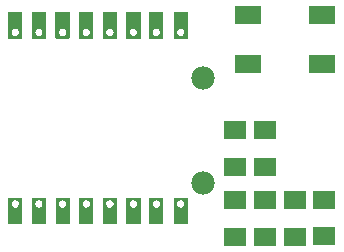
<source format=gtp>
G04 MADE WITH FRITZING*
G04 WWW.FRITZING.ORG*
G04 DOUBLE SIDED*
G04 HOLES PLATED*
G04 CONTOUR ON CENTER OF CONTOUR VECTOR*
%ASAXBY*%
%FSLAX23Y23*%
%MOIN*%
%OFA0B0*%
%SFA1.0B1.0*%
%ADD10C,0.078000*%
%ADD11R,0.074803X0.062992*%
%ADD12R,0.090551X0.062992*%
%ADD13R,0.001000X0.001000*%
%LNPASTEMASK1*%
G90*
G70*
G54D10*
X967Y318D03*
X967Y670D03*
X967Y318D03*
X967Y670D03*
G54D11*
X1075Y140D03*
X1075Y262D03*
X1173Y140D03*
X1173Y262D03*
X1173Y372D03*
X1173Y494D03*
X1272Y140D03*
X1272Y262D03*
X1370Y263D03*
X1370Y141D03*
X1075Y372D03*
X1075Y494D03*
G54D12*
X1117Y878D03*
X1365Y878D03*
X1117Y715D03*
X1365Y715D03*
G54D13*
X318Y888D02*
X364Y888D01*
X397Y888D02*
X443Y888D01*
X476Y888D02*
X522Y888D01*
X554Y888D02*
X600Y888D01*
X633Y888D02*
X679Y888D01*
X712Y888D02*
X758Y888D01*
X788Y888D02*
X834Y888D01*
X869Y888D02*
X915Y888D01*
X318Y887D02*
X364Y887D01*
X397Y887D02*
X443Y887D01*
X475Y887D02*
X522Y887D01*
X554Y887D02*
X600Y887D01*
X633Y887D02*
X679Y887D01*
X712Y887D02*
X758Y887D01*
X788Y887D02*
X834Y887D01*
X869Y887D02*
X915Y887D01*
X318Y886D02*
X364Y886D01*
X397Y886D02*
X443Y886D01*
X475Y886D02*
X522Y886D01*
X554Y886D02*
X600Y886D01*
X633Y886D02*
X679Y886D01*
X712Y886D02*
X758Y886D01*
X788Y886D02*
X834Y886D01*
X869Y886D02*
X915Y886D01*
X318Y885D02*
X364Y885D01*
X397Y885D02*
X443Y885D01*
X475Y885D02*
X522Y885D01*
X554Y885D02*
X600Y885D01*
X633Y885D02*
X679Y885D01*
X712Y885D02*
X758Y885D01*
X788Y885D02*
X834Y885D01*
X869Y885D02*
X915Y885D01*
X318Y884D02*
X364Y884D01*
X397Y884D02*
X443Y884D01*
X475Y884D02*
X522Y884D01*
X554Y884D02*
X600Y884D01*
X633Y884D02*
X679Y884D01*
X712Y884D02*
X758Y884D01*
X788Y884D02*
X834Y884D01*
X869Y884D02*
X915Y884D01*
X318Y883D02*
X364Y883D01*
X397Y883D02*
X443Y883D01*
X475Y883D02*
X522Y883D01*
X554Y883D02*
X600Y883D01*
X633Y883D02*
X679Y883D01*
X712Y883D02*
X758Y883D01*
X788Y883D02*
X834Y883D01*
X869Y883D02*
X915Y883D01*
X318Y882D02*
X364Y882D01*
X397Y882D02*
X443Y882D01*
X475Y882D02*
X522Y882D01*
X554Y882D02*
X600Y882D01*
X633Y882D02*
X679Y882D01*
X712Y882D02*
X758Y882D01*
X788Y882D02*
X834Y882D01*
X869Y882D02*
X915Y882D01*
X318Y881D02*
X364Y881D01*
X397Y881D02*
X443Y881D01*
X475Y881D02*
X522Y881D01*
X554Y881D02*
X600Y881D01*
X633Y881D02*
X679Y881D01*
X712Y881D02*
X758Y881D01*
X788Y881D02*
X834Y881D01*
X869Y881D02*
X915Y881D01*
X318Y880D02*
X364Y880D01*
X397Y880D02*
X443Y880D01*
X475Y880D02*
X522Y880D01*
X554Y880D02*
X600Y880D01*
X633Y880D02*
X679Y880D01*
X712Y880D02*
X758Y880D01*
X788Y880D02*
X834Y880D01*
X869Y880D02*
X915Y880D01*
X318Y879D02*
X364Y879D01*
X397Y879D02*
X443Y879D01*
X475Y879D02*
X522Y879D01*
X554Y879D02*
X600Y879D01*
X633Y879D02*
X679Y879D01*
X712Y879D02*
X758Y879D01*
X788Y879D02*
X834Y879D01*
X869Y879D02*
X915Y879D01*
X318Y878D02*
X364Y878D01*
X397Y878D02*
X443Y878D01*
X475Y878D02*
X522Y878D01*
X554Y878D02*
X600Y878D01*
X633Y878D02*
X679Y878D01*
X712Y878D02*
X758Y878D01*
X788Y878D02*
X834Y878D01*
X869Y878D02*
X915Y878D01*
X318Y877D02*
X364Y877D01*
X397Y877D02*
X443Y877D01*
X475Y877D02*
X522Y877D01*
X554Y877D02*
X600Y877D01*
X633Y877D02*
X679Y877D01*
X712Y877D02*
X758Y877D01*
X788Y877D02*
X834Y877D01*
X869Y877D02*
X915Y877D01*
X318Y876D02*
X364Y876D01*
X397Y876D02*
X443Y876D01*
X475Y876D02*
X522Y876D01*
X554Y876D02*
X600Y876D01*
X633Y876D02*
X679Y876D01*
X712Y876D02*
X758Y876D01*
X788Y876D02*
X834Y876D01*
X869Y876D02*
X915Y876D01*
X318Y875D02*
X364Y875D01*
X397Y875D02*
X443Y875D01*
X475Y875D02*
X522Y875D01*
X554Y875D02*
X600Y875D01*
X633Y875D02*
X679Y875D01*
X712Y875D02*
X758Y875D01*
X788Y875D02*
X834Y875D01*
X869Y875D02*
X915Y875D01*
X318Y874D02*
X364Y874D01*
X397Y874D02*
X443Y874D01*
X475Y874D02*
X522Y874D01*
X554Y874D02*
X600Y874D01*
X633Y874D02*
X679Y874D01*
X712Y874D02*
X758Y874D01*
X788Y874D02*
X834Y874D01*
X869Y874D02*
X915Y874D01*
X318Y873D02*
X364Y873D01*
X397Y873D02*
X443Y873D01*
X475Y873D02*
X522Y873D01*
X554Y873D02*
X600Y873D01*
X633Y873D02*
X679Y873D01*
X712Y873D02*
X758Y873D01*
X788Y873D02*
X834Y873D01*
X869Y873D02*
X915Y873D01*
X318Y872D02*
X364Y872D01*
X397Y872D02*
X443Y872D01*
X475Y872D02*
X522Y872D01*
X554Y872D02*
X600Y872D01*
X633Y872D02*
X679Y872D01*
X712Y872D02*
X758Y872D01*
X788Y872D02*
X834Y872D01*
X869Y872D02*
X915Y872D01*
X318Y871D02*
X364Y871D01*
X397Y871D02*
X443Y871D01*
X475Y871D02*
X522Y871D01*
X554Y871D02*
X600Y871D01*
X633Y871D02*
X679Y871D01*
X712Y871D02*
X758Y871D01*
X788Y871D02*
X834Y871D01*
X869Y871D02*
X915Y871D01*
X318Y870D02*
X364Y870D01*
X397Y870D02*
X443Y870D01*
X475Y870D02*
X522Y870D01*
X554Y870D02*
X600Y870D01*
X633Y870D02*
X679Y870D01*
X712Y870D02*
X758Y870D01*
X788Y870D02*
X834Y870D01*
X869Y870D02*
X915Y870D01*
X318Y869D02*
X364Y869D01*
X397Y869D02*
X443Y869D01*
X475Y869D02*
X522Y869D01*
X554Y869D02*
X600Y869D01*
X633Y869D02*
X679Y869D01*
X712Y869D02*
X758Y869D01*
X788Y869D02*
X834Y869D01*
X869Y869D02*
X915Y869D01*
X318Y868D02*
X364Y868D01*
X397Y868D02*
X443Y868D01*
X475Y868D02*
X522Y868D01*
X554Y868D02*
X600Y868D01*
X633Y868D02*
X679Y868D01*
X712Y868D02*
X758Y868D01*
X788Y868D02*
X834Y868D01*
X869Y868D02*
X915Y868D01*
X318Y867D02*
X364Y867D01*
X397Y867D02*
X443Y867D01*
X475Y867D02*
X522Y867D01*
X554Y867D02*
X600Y867D01*
X633Y867D02*
X679Y867D01*
X712Y867D02*
X758Y867D01*
X788Y867D02*
X834Y867D01*
X869Y867D02*
X915Y867D01*
X318Y866D02*
X364Y866D01*
X397Y866D02*
X443Y866D01*
X475Y866D02*
X522Y866D01*
X554Y866D02*
X600Y866D01*
X633Y866D02*
X679Y866D01*
X712Y866D02*
X758Y866D01*
X788Y866D02*
X834Y866D01*
X869Y866D02*
X915Y866D01*
X318Y865D02*
X364Y865D01*
X397Y865D02*
X443Y865D01*
X475Y865D02*
X522Y865D01*
X554Y865D02*
X600Y865D01*
X633Y865D02*
X679Y865D01*
X712Y865D02*
X758Y865D01*
X788Y865D02*
X834Y865D01*
X869Y865D02*
X915Y865D01*
X318Y864D02*
X364Y864D01*
X397Y864D02*
X443Y864D01*
X475Y864D02*
X522Y864D01*
X554Y864D02*
X600Y864D01*
X633Y864D02*
X679Y864D01*
X712Y864D02*
X758Y864D01*
X788Y864D02*
X834Y864D01*
X869Y864D02*
X915Y864D01*
X318Y863D02*
X364Y863D01*
X397Y863D02*
X443Y863D01*
X475Y863D02*
X522Y863D01*
X554Y863D02*
X600Y863D01*
X633Y863D02*
X679Y863D01*
X712Y863D02*
X758Y863D01*
X788Y863D02*
X834Y863D01*
X869Y863D02*
X915Y863D01*
X318Y862D02*
X364Y862D01*
X397Y862D02*
X443Y862D01*
X475Y862D02*
X522Y862D01*
X554Y862D02*
X600Y862D01*
X633Y862D02*
X679Y862D01*
X712Y862D02*
X758Y862D01*
X788Y862D02*
X834Y862D01*
X869Y862D02*
X915Y862D01*
X318Y861D02*
X364Y861D01*
X397Y861D02*
X443Y861D01*
X475Y861D02*
X522Y861D01*
X554Y861D02*
X600Y861D01*
X633Y861D02*
X679Y861D01*
X712Y861D02*
X758Y861D01*
X788Y861D02*
X834Y861D01*
X869Y861D02*
X915Y861D01*
X318Y860D02*
X364Y860D01*
X397Y860D02*
X443Y860D01*
X475Y860D02*
X522Y860D01*
X554Y860D02*
X600Y860D01*
X633Y860D02*
X679Y860D01*
X712Y860D02*
X758Y860D01*
X788Y860D02*
X834Y860D01*
X869Y860D02*
X915Y860D01*
X318Y859D02*
X364Y859D01*
X397Y859D02*
X443Y859D01*
X475Y859D02*
X522Y859D01*
X554Y859D02*
X600Y859D01*
X633Y859D02*
X679Y859D01*
X712Y859D02*
X758Y859D01*
X788Y859D02*
X834Y859D01*
X869Y859D02*
X915Y859D01*
X318Y858D02*
X364Y858D01*
X397Y858D02*
X443Y858D01*
X475Y858D02*
X522Y858D01*
X554Y858D02*
X600Y858D01*
X633Y858D02*
X679Y858D01*
X712Y858D02*
X758Y858D01*
X788Y858D02*
X834Y858D01*
X869Y858D02*
X915Y858D01*
X318Y857D02*
X364Y857D01*
X397Y857D02*
X443Y857D01*
X475Y857D02*
X522Y857D01*
X554Y857D02*
X600Y857D01*
X633Y857D02*
X679Y857D01*
X712Y857D02*
X758Y857D01*
X788Y857D02*
X834Y857D01*
X869Y857D02*
X915Y857D01*
X318Y856D02*
X364Y856D01*
X397Y856D02*
X443Y856D01*
X475Y856D02*
X522Y856D01*
X554Y856D02*
X600Y856D01*
X633Y856D02*
X679Y856D01*
X712Y856D02*
X758Y856D01*
X788Y856D02*
X834Y856D01*
X869Y856D02*
X915Y856D01*
X318Y855D02*
X364Y855D01*
X397Y855D02*
X443Y855D01*
X475Y855D02*
X522Y855D01*
X554Y855D02*
X600Y855D01*
X633Y855D02*
X679Y855D01*
X712Y855D02*
X758Y855D01*
X788Y855D02*
X834Y855D01*
X869Y855D02*
X915Y855D01*
X318Y854D02*
X364Y854D01*
X397Y854D02*
X443Y854D01*
X475Y854D02*
X522Y854D01*
X554Y854D02*
X600Y854D01*
X633Y854D02*
X679Y854D01*
X712Y854D02*
X758Y854D01*
X788Y854D02*
X834Y854D01*
X869Y854D02*
X915Y854D01*
X318Y853D02*
X364Y853D01*
X397Y853D02*
X443Y853D01*
X475Y853D02*
X522Y853D01*
X554Y853D02*
X600Y853D01*
X633Y853D02*
X679Y853D01*
X712Y853D02*
X758Y853D01*
X788Y853D02*
X834Y853D01*
X869Y853D02*
X915Y853D01*
X318Y852D02*
X364Y852D01*
X397Y852D02*
X443Y852D01*
X475Y852D02*
X522Y852D01*
X554Y852D02*
X600Y852D01*
X633Y852D02*
X679Y852D01*
X712Y852D02*
X758Y852D01*
X788Y852D02*
X834Y852D01*
X869Y852D02*
X915Y852D01*
X318Y851D02*
X364Y851D01*
X397Y851D02*
X443Y851D01*
X475Y851D02*
X522Y851D01*
X554Y851D02*
X600Y851D01*
X633Y851D02*
X679Y851D01*
X712Y851D02*
X758Y851D01*
X788Y851D02*
X834Y851D01*
X869Y851D02*
X915Y851D01*
X318Y850D02*
X364Y850D01*
X397Y850D02*
X443Y850D01*
X475Y850D02*
X522Y850D01*
X554Y850D02*
X600Y850D01*
X633Y850D02*
X679Y850D01*
X712Y850D02*
X758Y850D01*
X788Y850D02*
X834Y850D01*
X869Y850D02*
X915Y850D01*
X318Y849D02*
X364Y849D01*
X397Y849D02*
X443Y849D01*
X475Y849D02*
X522Y849D01*
X554Y849D02*
X600Y849D01*
X633Y849D02*
X679Y849D01*
X712Y849D02*
X758Y849D01*
X788Y849D02*
X834Y849D01*
X869Y849D02*
X915Y849D01*
X318Y848D02*
X364Y848D01*
X397Y848D02*
X443Y848D01*
X475Y848D02*
X522Y848D01*
X554Y848D02*
X600Y848D01*
X633Y848D02*
X679Y848D01*
X712Y848D02*
X758Y848D01*
X788Y848D02*
X834Y848D01*
X869Y848D02*
X915Y848D01*
X318Y847D02*
X364Y847D01*
X397Y847D02*
X443Y847D01*
X475Y847D02*
X522Y847D01*
X554Y847D02*
X600Y847D01*
X633Y847D02*
X679Y847D01*
X712Y847D02*
X758Y847D01*
X788Y847D02*
X834Y847D01*
X869Y847D02*
X915Y847D01*
X318Y846D02*
X364Y846D01*
X397Y846D02*
X443Y846D01*
X475Y846D02*
X522Y846D01*
X554Y846D02*
X600Y846D01*
X633Y846D02*
X679Y846D01*
X712Y846D02*
X758Y846D01*
X788Y846D02*
X834Y846D01*
X869Y846D02*
X915Y846D01*
X318Y845D02*
X364Y845D01*
X397Y845D02*
X443Y845D01*
X475Y845D02*
X522Y845D01*
X554Y845D02*
X600Y845D01*
X633Y845D02*
X679Y845D01*
X712Y845D02*
X758Y845D01*
X788Y845D02*
X834Y845D01*
X869Y845D02*
X915Y845D01*
X318Y844D02*
X364Y844D01*
X397Y844D02*
X443Y844D01*
X475Y844D02*
X522Y844D01*
X554Y844D02*
X600Y844D01*
X633Y844D02*
X679Y844D01*
X712Y844D02*
X758Y844D01*
X788Y844D02*
X834Y844D01*
X869Y844D02*
X915Y844D01*
X318Y843D02*
X364Y843D01*
X397Y843D02*
X443Y843D01*
X475Y843D02*
X522Y843D01*
X554Y843D02*
X600Y843D01*
X633Y843D02*
X679Y843D01*
X712Y843D02*
X758Y843D01*
X788Y843D02*
X834Y843D01*
X869Y843D02*
X915Y843D01*
X318Y842D02*
X364Y842D01*
X397Y842D02*
X443Y842D01*
X475Y842D02*
X522Y842D01*
X554Y842D02*
X600Y842D01*
X633Y842D02*
X679Y842D01*
X712Y842D02*
X758Y842D01*
X788Y842D02*
X834Y842D01*
X869Y842D02*
X915Y842D01*
X318Y841D02*
X364Y841D01*
X397Y841D02*
X443Y841D01*
X475Y841D02*
X522Y841D01*
X554Y841D02*
X600Y841D01*
X633Y841D02*
X679Y841D01*
X712Y841D02*
X758Y841D01*
X788Y841D02*
X834Y841D01*
X869Y841D02*
X915Y841D01*
X318Y840D02*
X364Y840D01*
X397Y840D02*
X443Y840D01*
X475Y840D02*
X522Y840D01*
X554Y840D02*
X600Y840D01*
X633Y840D02*
X679Y840D01*
X712Y840D02*
X758Y840D01*
X788Y840D02*
X834Y840D01*
X869Y840D02*
X915Y840D01*
X318Y839D02*
X364Y839D01*
X397Y839D02*
X443Y839D01*
X475Y839D02*
X522Y839D01*
X554Y839D02*
X600Y839D01*
X633Y839D02*
X679Y839D01*
X712Y839D02*
X758Y839D01*
X788Y839D02*
X834Y839D01*
X869Y839D02*
X915Y839D01*
X318Y838D02*
X364Y838D01*
X397Y838D02*
X443Y838D01*
X475Y838D02*
X522Y838D01*
X554Y838D02*
X600Y838D01*
X633Y838D02*
X679Y838D01*
X712Y838D02*
X758Y838D01*
X788Y838D02*
X834Y838D01*
X869Y838D02*
X915Y838D01*
X318Y837D02*
X364Y837D01*
X397Y837D02*
X443Y837D01*
X475Y837D02*
X522Y837D01*
X554Y837D02*
X600Y837D01*
X633Y837D02*
X679Y837D01*
X712Y837D02*
X758Y837D01*
X788Y837D02*
X834Y837D01*
X869Y837D02*
X915Y837D01*
X318Y836D02*
X364Y836D01*
X397Y836D02*
X443Y836D01*
X475Y836D02*
X522Y836D01*
X554Y836D02*
X600Y836D01*
X633Y836D02*
X679Y836D01*
X712Y836D02*
X758Y836D01*
X788Y836D02*
X834Y836D01*
X869Y836D02*
X915Y836D01*
X318Y835D02*
X364Y835D01*
X397Y835D02*
X443Y835D01*
X475Y835D02*
X522Y835D01*
X554Y835D02*
X600Y835D01*
X633Y835D02*
X679Y835D01*
X712Y835D02*
X758Y835D01*
X788Y835D02*
X834Y835D01*
X869Y835D02*
X915Y835D01*
X318Y834D02*
X364Y834D01*
X397Y834D02*
X443Y834D01*
X475Y834D02*
X522Y834D01*
X554Y834D02*
X600Y834D01*
X633Y834D02*
X679Y834D01*
X712Y834D02*
X758Y834D01*
X788Y834D02*
X834Y834D01*
X869Y834D02*
X915Y834D01*
X318Y833D02*
X364Y833D01*
X397Y833D02*
X443Y833D01*
X475Y833D02*
X522Y833D01*
X554Y833D02*
X600Y833D01*
X633Y833D02*
X679Y833D01*
X712Y833D02*
X758Y833D01*
X788Y833D02*
X834Y833D01*
X869Y833D02*
X915Y833D01*
X318Y832D02*
X338Y832D01*
X344Y832D02*
X364Y832D01*
X397Y832D02*
X417Y832D01*
X423Y832D02*
X443Y832D01*
X475Y832D02*
X496Y832D01*
X502Y832D02*
X522Y832D01*
X554Y832D02*
X574Y832D01*
X580Y832D02*
X600Y832D01*
X633Y832D02*
X653Y832D01*
X659Y832D02*
X679Y832D01*
X712Y832D02*
X732Y832D01*
X738Y832D02*
X758Y832D01*
X788Y832D02*
X808Y832D01*
X814Y832D02*
X834Y832D01*
X869Y832D02*
X889Y832D01*
X895Y832D02*
X915Y832D01*
X318Y831D02*
X335Y831D01*
X347Y831D02*
X364Y831D01*
X397Y831D02*
X414Y831D01*
X426Y831D02*
X443Y831D01*
X475Y831D02*
X493Y831D01*
X504Y831D02*
X522Y831D01*
X554Y831D02*
X571Y831D01*
X583Y831D02*
X600Y831D01*
X633Y831D02*
X650Y831D01*
X662Y831D02*
X679Y831D01*
X712Y831D02*
X729Y831D01*
X741Y831D02*
X758Y831D01*
X788Y831D02*
X805Y831D01*
X817Y831D02*
X834Y831D01*
X869Y831D02*
X886Y831D01*
X898Y831D02*
X915Y831D01*
X318Y830D02*
X334Y830D01*
X349Y830D02*
X364Y830D01*
X397Y830D02*
X412Y830D01*
X427Y830D02*
X443Y830D01*
X475Y830D02*
X491Y830D01*
X506Y830D02*
X522Y830D01*
X554Y830D02*
X570Y830D01*
X585Y830D02*
X600Y830D01*
X633Y830D02*
X648Y830D01*
X664Y830D02*
X679Y830D01*
X712Y830D02*
X727Y830D01*
X742Y830D02*
X758Y830D01*
X788Y830D02*
X804Y830D01*
X819Y830D02*
X834Y830D01*
X869Y830D02*
X885Y830D01*
X900Y830D02*
X915Y830D01*
X318Y829D02*
X332Y829D01*
X350Y829D02*
X364Y829D01*
X397Y829D02*
X411Y829D01*
X429Y829D02*
X443Y829D01*
X475Y829D02*
X490Y829D01*
X507Y829D02*
X522Y829D01*
X554Y829D02*
X569Y829D01*
X586Y829D02*
X600Y829D01*
X633Y829D02*
X647Y829D01*
X665Y829D02*
X679Y829D01*
X712Y829D02*
X726Y829D01*
X744Y829D02*
X758Y829D01*
X788Y829D02*
X803Y829D01*
X820Y829D02*
X834Y829D01*
X869Y829D02*
X883Y829D01*
X901Y829D02*
X915Y829D01*
X318Y828D02*
X331Y828D01*
X351Y828D02*
X364Y828D01*
X397Y828D02*
X410Y828D01*
X430Y828D02*
X443Y828D01*
X475Y828D02*
X489Y828D01*
X508Y828D02*
X522Y828D01*
X554Y828D02*
X568Y828D01*
X587Y828D02*
X600Y828D01*
X633Y828D02*
X646Y828D01*
X666Y828D02*
X679Y828D01*
X712Y828D02*
X725Y828D01*
X744Y828D02*
X758Y828D01*
X788Y828D02*
X802Y828D01*
X821Y828D02*
X834Y828D01*
X869Y828D02*
X883Y828D01*
X902Y828D02*
X915Y828D01*
X318Y827D02*
X331Y827D01*
X352Y827D02*
X364Y827D01*
X397Y827D02*
X409Y827D01*
X430Y827D02*
X443Y827D01*
X475Y827D02*
X488Y827D01*
X509Y827D02*
X522Y827D01*
X554Y827D02*
X567Y827D01*
X588Y827D02*
X600Y827D01*
X633Y827D02*
X646Y827D01*
X667Y827D02*
X679Y827D01*
X712Y827D02*
X724Y827D01*
X745Y827D02*
X758Y827D01*
X788Y827D02*
X801Y827D01*
X822Y827D02*
X834Y827D01*
X869Y827D02*
X882Y827D01*
X903Y827D02*
X915Y827D01*
X318Y826D02*
X330Y826D01*
X352Y826D02*
X364Y826D01*
X397Y826D02*
X409Y826D01*
X431Y826D02*
X443Y826D01*
X475Y826D02*
X487Y826D01*
X510Y826D02*
X522Y826D01*
X554Y826D02*
X566Y826D01*
X588Y826D02*
X600Y826D01*
X633Y826D02*
X645Y826D01*
X667Y826D02*
X679Y826D01*
X712Y826D02*
X724Y826D01*
X746Y826D02*
X758Y826D01*
X788Y826D02*
X800Y826D01*
X822Y826D02*
X834Y826D01*
X869Y826D02*
X881Y826D01*
X903Y826D02*
X915Y826D01*
X318Y825D02*
X329Y825D01*
X353Y825D02*
X364Y825D01*
X397Y825D02*
X408Y825D01*
X431Y825D02*
X443Y825D01*
X475Y825D02*
X487Y825D01*
X510Y825D02*
X522Y825D01*
X554Y825D02*
X566Y825D01*
X589Y825D02*
X600Y825D01*
X633Y825D02*
X644Y825D01*
X668Y825D02*
X679Y825D01*
X712Y825D02*
X723Y825D01*
X746Y825D02*
X758Y825D01*
X788Y825D02*
X800Y825D01*
X823Y825D02*
X834Y825D01*
X869Y825D02*
X881Y825D01*
X904Y825D02*
X915Y825D01*
X318Y824D02*
X329Y824D01*
X353Y824D02*
X364Y824D01*
X397Y824D02*
X408Y824D01*
X432Y824D02*
X443Y824D01*
X475Y824D02*
X487Y824D01*
X511Y824D02*
X522Y824D01*
X554Y824D02*
X565Y824D01*
X589Y824D02*
X600Y824D01*
X633Y824D02*
X644Y824D01*
X668Y824D02*
X679Y824D01*
X712Y824D02*
X723Y824D01*
X747Y824D02*
X758Y824D01*
X788Y824D02*
X799Y824D01*
X823Y824D02*
X834Y824D01*
X869Y824D02*
X880Y824D01*
X904Y824D02*
X915Y824D01*
X318Y823D02*
X329Y823D01*
X353Y823D02*
X364Y823D01*
X397Y823D02*
X408Y823D01*
X432Y823D02*
X443Y823D01*
X475Y823D02*
X486Y823D01*
X511Y823D02*
X522Y823D01*
X554Y823D02*
X565Y823D01*
X590Y823D02*
X600Y823D01*
X633Y823D02*
X644Y823D01*
X668Y823D02*
X679Y823D01*
X712Y823D02*
X722Y823D01*
X747Y823D02*
X758Y823D01*
X788Y823D02*
X799Y823D01*
X824Y823D02*
X834Y823D01*
X869Y823D02*
X880Y823D01*
X904Y823D02*
X915Y823D01*
X318Y822D02*
X329Y822D01*
X354Y822D02*
X364Y822D01*
X397Y822D02*
X407Y822D01*
X432Y822D02*
X443Y822D01*
X475Y822D02*
X486Y822D01*
X511Y822D02*
X522Y822D01*
X554Y822D02*
X565Y822D01*
X590Y822D02*
X600Y822D01*
X633Y822D02*
X644Y822D01*
X668Y822D02*
X679Y822D01*
X712Y822D02*
X722Y822D01*
X747Y822D02*
X758Y822D01*
X788Y822D02*
X799Y822D01*
X824Y822D02*
X834Y822D01*
X869Y822D02*
X880Y822D01*
X905Y822D02*
X915Y822D01*
X318Y821D02*
X328Y821D01*
X354Y821D02*
X364Y821D01*
X397Y821D02*
X407Y821D01*
X432Y821D02*
X443Y821D01*
X475Y821D02*
X486Y821D01*
X511Y821D02*
X522Y821D01*
X554Y821D02*
X565Y821D01*
X590Y821D02*
X600Y821D01*
X633Y821D02*
X643Y821D01*
X669Y821D02*
X679Y821D01*
X712Y821D02*
X722Y821D01*
X747Y821D02*
X758Y821D01*
X788Y821D02*
X799Y821D01*
X824Y821D02*
X834Y821D01*
X869Y821D02*
X880Y821D01*
X905Y821D02*
X915Y821D01*
X318Y820D02*
X328Y820D01*
X354Y820D02*
X364Y820D01*
X397Y820D02*
X407Y820D01*
X432Y820D02*
X443Y820D01*
X475Y820D02*
X486Y820D01*
X511Y820D02*
X522Y820D01*
X554Y820D02*
X565Y820D01*
X590Y820D02*
X600Y820D01*
X633Y820D02*
X643Y820D01*
X669Y820D02*
X679Y820D01*
X712Y820D02*
X722Y820D01*
X747Y820D02*
X758Y820D01*
X788Y820D02*
X799Y820D01*
X824Y820D02*
X834Y820D01*
X869Y820D02*
X880Y820D01*
X905Y820D02*
X915Y820D01*
X318Y819D02*
X329Y819D01*
X354Y819D02*
X364Y819D01*
X397Y819D02*
X407Y819D01*
X432Y819D02*
X443Y819D01*
X475Y819D02*
X486Y819D01*
X511Y819D02*
X522Y819D01*
X554Y819D02*
X565Y819D01*
X590Y819D02*
X600Y819D01*
X633Y819D02*
X643Y819D01*
X669Y819D02*
X679Y819D01*
X712Y819D02*
X722Y819D01*
X747Y819D02*
X758Y819D01*
X788Y819D02*
X799Y819D01*
X824Y819D02*
X834Y819D01*
X869Y819D02*
X880Y819D01*
X905Y819D02*
X915Y819D01*
X318Y818D02*
X329Y818D01*
X353Y818D02*
X364Y818D01*
X397Y818D02*
X407Y818D01*
X432Y818D02*
X443Y818D01*
X475Y818D02*
X486Y818D01*
X511Y818D02*
X522Y818D01*
X554Y818D02*
X565Y818D01*
X590Y818D02*
X600Y818D01*
X633Y818D02*
X644Y818D01*
X668Y818D02*
X679Y818D01*
X712Y818D02*
X722Y818D01*
X747Y818D02*
X758Y818D01*
X788Y818D02*
X799Y818D01*
X824Y818D02*
X834Y818D01*
X869Y818D02*
X880Y818D01*
X905Y818D02*
X915Y818D01*
X318Y817D02*
X329Y817D01*
X353Y817D02*
X364Y817D01*
X397Y817D02*
X408Y817D01*
X432Y817D02*
X443Y817D01*
X475Y817D02*
X486Y817D01*
X511Y817D02*
X522Y817D01*
X554Y817D02*
X565Y817D01*
X589Y817D02*
X600Y817D01*
X633Y817D02*
X644Y817D01*
X668Y817D02*
X679Y817D01*
X712Y817D02*
X723Y817D01*
X747Y817D02*
X758Y817D01*
X788Y817D02*
X799Y817D01*
X823Y817D02*
X834Y817D01*
X869Y817D02*
X880Y817D01*
X904Y817D02*
X915Y817D01*
X318Y816D02*
X329Y816D01*
X353Y816D02*
X364Y816D01*
X397Y816D02*
X408Y816D01*
X432Y816D02*
X443Y816D01*
X475Y816D02*
X487Y816D01*
X510Y816D02*
X522Y816D01*
X554Y816D02*
X565Y816D01*
X589Y816D02*
X600Y816D01*
X633Y816D02*
X644Y816D01*
X668Y816D02*
X679Y816D01*
X712Y816D02*
X723Y816D01*
X747Y816D02*
X758Y816D01*
X788Y816D02*
X799Y816D01*
X823Y816D02*
X834Y816D01*
X869Y816D02*
X880Y816D01*
X904Y816D02*
X915Y816D01*
X318Y815D02*
X330Y815D01*
X353Y815D02*
X364Y815D01*
X397Y815D02*
X408Y815D01*
X431Y815D02*
X443Y815D01*
X475Y815D02*
X487Y815D01*
X510Y815D02*
X522Y815D01*
X554Y815D02*
X566Y815D01*
X589Y815D02*
X600Y815D01*
X633Y815D02*
X645Y815D01*
X667Y815D02*
X679Y815D01*
X712Y815D02*
X723Y815D01*
X746Y815D02*
X758Y815D01*
X788Y815D02*
X800Y815D01*
X823Y815D02*
X834Y815D01*
X869Y815D02*
X881Y815D01*
X904Y815D02*
X915Y815D01*
X318Y814D02*
X330Y814D01*
X352Y814D02*
X364Y814D01*
X397Y814D02*
X409Y814D01*
X431Y814D02*
X443Y814D01*
X475Y814D02*
X488Y814D01*
X509Y814D02*
X522Y814D01*
X554Y814D02*
X566Y814D01*
X588Y814D02*
X600Y814D01*
X633Y814D02*
X645Y814D01*
X667Y814D02*
X679Y814D01*
X712Y814D02*
X724Y814D01*
X746Y814D02*
X758Y814D01*
X788Y814D02*
X800Y814D01*
X822Y814D02*
X834Y814D01*
X869Y814D02*
X881Y814D01*
X903Y814D02*
X915Y814D01*
X318Y813D02*
X331Y813D01*
X351Y813D02*
X364Y813D01*
X397Y813D02*
X410Y813D01*
X430Y813D02*
X443Y813D01*
X475Y813D02*
X488Y813D01*
X509Y813D02*
X522Y813D01*
X554Y813D02*
X567Y813D01*
X587Y813D02*
X600Y813D01*
X633Y813D02*
X646Y813D01*
X666Y813D02*
X679Y813D01*
X712Y813D02*
X725Y813D01*
X745Y813D02*
X758Y813D01*
X788Y813D02*
X801Y813D01*
X822Y813D02*
X834Y813D01*
X869Y813D02*
X882Y813D01*
X902Y813D02*
X915Y813D01*
X318Y812D02*
X332Y812D01*
X351Y812D02*
X364Y812D01*
X397Y812D02*
X410Y812D01*
X429Y812D02*
X443Y812D01*
X475Y812D02*
X489Y812D01*
X508Y812D02*
X522Y812D01*
X554Y812D02*
X568Y812D01*
X587Y812D02*
X600Y812D01*
X633Y812D02*
X647Y812D01*
X665Y812D02*
X679Y812D01*
X712Y812D02*
X725Y812D01*
X744Y812D02*
X758Y812D01*
X788Y812D02*
X802Y812D01*
X821Y812D02*
X834Y812D01*
X869Y812D02*
X883Y812D01*
X902Y812D02*
X915Y812D01*
X318Y811D02*
X333Y811D01*
X349Y811D02*
X364Y811D01*
X397Y811D02*
X411Y811D01*
X428Y811D02*
X443Y811D01*
X475Y811D02*
X490Y811D01*
X507Y811D02*
X522Y811D01*
X554Y811D02*
X569Y811D01*
X586Y811D02*
X600Y811D01*
X633Y811D02*
X648Y811D01*
X664Y811D02*
X679Y811D01*
X712Y811D02*
X726Y811D01*
X743Y811D02*
X758Y811D01*
X788Y811D02*
X803Y811D01*
X820Y811D02*
X834Y811D01*
X869Y811D02*
X884Y811D01*
X901Y811D02*
X915Y811D01*
X318Y810D02*
X334Y810D01*
X348Y810D02*
X364Y810D01*
X397Y810D02*
X413Y810D01*
X427Y810D02*
X443Y810D01*
X475Y810D02*
X491Y810D01*
X506Y810D02*
X522Y810D01*
X554Y810D02*
X570Y810D01*
X584Y810D02*
X600Y810D01*
X633Y810D02*
X649Y810D01*
X663Y810D02*
X679Y810D01*
X712Y810D02*
X728Y810D01*
X742Y810D02*
X758Y810D01*
X788Y810D02*
X804Y810D01*
X818Y810D02*
X834Y810D01*
X869Y810D02*
X885Y810D01*
X899Y810D02*
X915Y810D01*
X318Y809D02*
X336Y809D01*
X346Y809D02*
X364Y809D01*
X397Y809D02*
X415Y809D01*
X425Y809D02*
X443Y809D01*
X475Y809D02*
X493Y809D01*
X504Y809D02*
X522Y809D01*
X554Y809D02*
X572Y809D01*
X582Y809D02*
X600Y809D01*
X633Y809D02*
X651Y809D01*
X661Y809D02*
X679Y809D01*
X712Y809D02*
X730Y809D01*
X740Y809D02*
X758Y809D01*
X788Y809D02*
X806Y809D01*
X816Y809D02*
X834Y809D01*
X869Y809D02*
X887Y809D01*
X897Y809D02*
X915Y809D01*
X318Y808D02*
X364Y808D01*
X397Y808D02*
X443Y808D01*
X475Y808D02*
X522Y808D01*
X554Y808D02*
X600Y808D01*
X633Y808D02*
X679Y808D01*
X712Y808D02*
X758Y808D01*
X788Y808D02*
X834Y808D01*
X869Y808D02*
X915Y808D01*
X318Y807D02*
X364Y807D01*
X397Y807D02*
X443Y807D01*
X475Y807D02*
X522Y807D01*
X554Y807D02*
X600Y807D01*
X633Y807D02*
X679Y807D01*
X712Y807D02*
X758Y807D01*
X788Y807D02*
X834Y807D01*
X869Y807D02*
X915Y807D01*
X318Y806D02*
X364Y806D01*
X397Y806D02*
X443Y806D01*
X475Y806D02*
X522Y806D01*
X554Y806D02*
X600Y806D01*
X633Y806D02*
X679Y806D01*
X712Y806D02*
X758Y806D01*
X788Y806D02*
X834Y806D01*
X869Y806D02*
X915Y806D01*
X318Y805D02*
X364Y805D01*
X397Y805D02*
X443Y805D01*
X475Y805D02*
X522Y805D01*
X554Y805D02*
X600Y805D01*
X633Y805D02*
X679Y805D01*
X712Y805D02*
X758Y805D01*
X788Y805D02*
X834Y805D01*
X869Y805D02*
X915Y805D01*
X318Y804D02*
X364Y804D01*
X397Y804D02*
X443Y804D01*
X475Y804D02*
X522Y804D01*
X554Y804D02*
X600Y804D01*
X633Y804D02*
X679Y804D01*
X712Y804D02*
X758Y804D01*
X788Y804D02*
X834Y804D01*
X869Y804D02*
X915Y804D01*
X318Y803D02*
X364Y803D01*
X397Y803D02*
X443Y803D01*
X475Y803D02*
X522Y803D01*
X554Y803D02*
X600Y803D01*
X633Y803D02*
X679Y803D01*
X712Y803D02*
X758Y803D01*
X788Y803D02*
X834Y803D01*
X869Y803D02*
X915Y803D01*
X318Y802D02*
X364Y802D01*
X397Y802D02*
X443Y802D01*
X475Y802D02*
X522Y802D01*
X554Y802D02*
X600Y802D01*
X633Y802D02*
X679Y802D01*
X712Y802D02*
X758Y802D01*
X788Y802D02*
X834Y802D01*
X869Y802D02*
X915Y802D01*
X318Y801D02*
X364Y801D01*
X397Y801D02*
X443Y801D01*
X475Y801D02*
X522Y801D01*
X554Y801D02*
X600Y801D01*
X633Y801D02*
X679Y801D01*
X712Y801D02*
X758Y801D01*
X788Y801D02*
X834Y801D01*
X869Y801D02*
X915Y801D01*
X318Y800D02*
X364Y800D01*
X397Y800D02*
X443Y800D01*
X476Y800D02*
X521Y800D01*
X554Y800D02*
X600Y800D01*
X633Y800D02*
X679Y800D01*
X712Y800D02*
X758Y800D01*
X788Y800D02*
X834Y800D01*
X869Y800D02*
X915Y800D01*
X318Y268D02*
X364Y268D01*
X397Y268D02*
X443Y268D01*
X476Y268D02*
X522Y268D01*
X554Y268D02*
X600Y268D01*
X633Y268D02*
X679Y268D01*
X712Y268D02*
X758Y268D01*
X788Y268D02*
X834Y268D01*
X869Y268D02*
X915Y268D01*
X318Y267D02*
X364Y267D01*
X397Y267D02*
X443Y267D01*
X476Y267D02*
X522Y267D01*
X554Y267D02*
X600Y267D01*
X633Y267D02*
X679Y267D01*
X712Y267D02*
X758Y267D01*
X788Y267D02*
X834Y267D01*
X869Y267D02*
X915Y267D01*
X318Y266D02*
X364Y266D01*
X397Y266D02*
X443Y266D01*
X476Y266D02*
X522Y266D01*
X554Y266D02*
X600Y266D01*
X633Y266D02*
X679Y266D01*
X712Y266D02*
X758Y266D01*
X788Y266D02*
X834Y266D01*
X869Y266D02*
X915Y266D01*
X318Y265D02*
X364Y265D01*
X397Y265D02*
X443Y265D01*
X476Y265D02*
X522Y265D01*
X554Y265D02*
X600Y265D01*
X633Y265D02*
X679Y265D01*
X712Y265D02*
X758Y265D01*
X788Y265D02*
X834Y265D01*
X869Y265D02*
X915Y265D01*
X318Y264D02*
X364Y264D01*
X397Y264D02*
X443Y264D01*
X476Y264D02*
X522Y264D01*
X554Y264D02*
X600Y264D01*
X633Y264D02*
X679Y264D01*
X712Y264D02*
X758Y264D01*
X788Y264D02*
X834Y264D01*
X869Y264D02*
X915Y264D01*
X318Y263D02*
X364Y263D01*
X397Y263D02*
X443Y263D01*
X476Y263D02*
X522Y263D01*
X554Y263D02*
X600Y263D01*
X633Y263D02*
X679Y263D01*
X712Y263D02*
X758Y263D01*
X788Y263D02*
X834Y263D01*
X869Y263D02*
X915Y263D01*
X318Y262D02*
X364Y262D01*
X397Y262D02*
X443Y262D01*
X476Y262D02*
X522Y262D01*
X554Y262D02*
X600Y262D01*
X633Y262D02*
X679Y262D01*
X712Y262D02*
X758Y262D01*
X788Y262D02*
X834Y262D01*
X869Y262D02*
X915Y262D01*
X318Y261D02*
X364Y261D01*
X397Y261D02*
X443Y261D01*
X476Y261D02*
X522Y261D01*
X554Y261D02*
X600Y261D01*
X633Y261D02*
X679Y261D01*
X712Y261D02*
X758Y261D01*
X788Y261D02*
X834Y261D01*
X869Y261D02*
X915Y261D01*
X318Y260D02*
X337Y260D01*
X345Y260D02*
X364Y260D01*
X397Y260D02*
X416Y260D01*
X423Y260D02*
X443Y260D01*
X476Y260D02*
X495Y260D01*
X502Y260D02*
X522Y260D01*
X554Y260D02*
X574Y260D01*
X581Y260D02*
X600Y260D01*
X633Y260D02*
X652Y260D01*
X660Y260D02*
X679Y260D01*
X712Y260D02*
X731Y260D01*
X738Y260D02*
X758Y260D01*
X788Y260D02*
X808Y260D01*
X815Y260D02*
X834Y260D01*
X869Y260D02*
X888Y260D01*
X896Y260D02*
X915Y260D01*
X318Y259D02*
X335Y259D01*
X347Y259D02*
X364Y259D01*
X397Y259D02*
X414Y259D01*
X426Y259D02*
X443Y259D01*
X476Y259D02*
X492Y259D01*
X505Y259D02*
X522Y259D01*
X554Y259D02*
X571Y259D01*
X584Y259D02*
X600Y259D01*
X633Y259D02*
X650Y259D01*
X662Y259D02*
X679Y259D01*
X712Y259D02*
X729Y259D01*
X741Y259D02*
X758Y259D01*
X788Y259D02*
X805Y259D01*
X817Y259D02*
X834Y259D01*
X869Y259D02*
X886Y259D01*
X899Y259D02*
X915Y259D01*
X318Y258D02*
X333Y258D01*
X349Y258D02*
X364Y258D01*
X397Y258D02*
X412Y258D01*
X428Y258D02*
X443Y258D01*
X476Y258D02*
X491Y258D01*
X506Y258D02*
X522Y258D01*
X554Y258D02*
X569Y258D01*
X585Y258D02*
X600Y258D01*
X633Y258D02*
X648Y258D01*
X664Y258D02*
X679Y258D01*
X712Y258D02*
X727Y258D01*
X743Y258D02*
X758Y258D01*
X788Y258D02*
X803Y258D01*
X819Y258D02*
X834Y258D01*
X869Y258D02*
X884Y258D01*
X900Y258D02*
X915Y258D01*
X318Y257D02*
X332Y257D01*
X350Y257D02*
X364Y257D01*
X397Y257D02*
X411Y257D01*
X429Y257D02*
X443Y257D01*
X476Y257D02*
X490Y257D01*
X508Y257D02*
X522Y257D01*
X554Y257D02*
X568Y257D01*
X586Y257D02*
X600Y257D01*
X633Y257D02*
X647Y257D01*
X665Y257D02*
X679Y257D01*
X712Y257D02*
X726Y257D01*
X744Y257D02*
X758Y257D01*
X788Y257D02*
X802Y257D01*
X820Y257D02*
X834Y257D01*
X869Y257D02*
X883Y257D01*
X901Y257D02*
X915Y257D01*
X318Y256D02*
X331Y256D01*
X351Y256D02*
X364Y256D01*
X397Y256D02*
X410Y256D01*
X430Y256D02*
X443Y256D01*
X476Y256D02*
X489Y256D01*
X509Y256D02*
X522Y256D01*
X554Y256D02*
X567Y256D01*
X587Y256D02*
X600Y256D01*
X633Y256D02*
X646Y256D01*
X666Y256D02*
X679Y256D01*
X712Y256D02*
X725Y256D01*
X745Y256D02*
X758Y256D01*
X788Y256D02*
X801Y256D01*
X821Y256D02*
X834Y256D01*
X869Y256D02*
X882Y256D01*
X902Y256D02*
X915Y256D01*
X318Y255D02*
X330Y255D01*
X352Y255D02*
X364Y255D01*
X397Y255D02*
X409Y255D01*
X430Y255D02*
X443Y255D01*
X476Y255D02*
X488Y255D01*
X509Y255D02*
X522Y255D01*
X554Y255D02*
X567Y255D01*
X588Y255D02*
X600Y255D01*
X633Y255D02*
X645Y255D01*
X667Y255D02*
X679Y255D01*
X712Y255D02*
X724Y255D01*
X745Y255D02*
X758Y255D01*
X788Y255D02*
X801Y255D01*
X822Y255D02*
X834Y255D01*
X869Y255D02*
X882Y255D01*
X903Y255D02*
X915Y255D01*
X318Y254D02*
X330Y254D01*
X352Y254D02*
X364Y254D01*
X397Y254D02*
X409Y254D01*
X431Y254D02*
X443Y254D01*
X476Y254D02*
X487Y254D01*
X510Y254D02*
X522Y254D01*
X554Y254D02*
X566Y254D01*
X589Y254D02*
X600Y254D01*
X633Y254D02*
X645Y254D01*
X667Y254D02*
X679Y254D01*
X712Y254D02*
X724Y254D01*
X746Y254D02*
X758Y254D01*
X788Y254D02*
X800Y254D01*
X822Y254D02*
X834Y254D01*
X869Y254D02*
X881Y254D01*
X904Y254D02*
X915Y254D01*
X318Y253D02*
X329Y253D01*
X353Y253D02*
X364Y253D01*
X397Y253D02*
X408Y253D01*
X432Y253D02*
X443Y253D01*
X476Y253D02*
X487Y253D01*
X510Y253D02*
X522Y253D01*
X554Y253D02*
X566Y253D01*
X589Y253D02*
X600Y253D01*
X633Y253D02*
X644Y253D01*
X668Y253D02*
X679Y253D01*
X712Y253D02*
X723Y253D01*
X746Y253D02*
X758Y253D01*
X788Y253D02*
X800Y253D01*
X823Y253D02*
X834Y253D01*
X869Y253D02*
X881Y253D01*
X904Y253D02*
X915Y253D01*
X318Y252D02*
X329Y252D01*
X353Y252D02*
X364Y252D01*
X397Y252D02*
X408Y252D01*
X432Y252D02*
X443Y252D01*
X476Y252D02*
X487Y252D01*
X511Y252D02*
X522Y252D01*
X554Y252D02*
X565Y252D01*
X589Y252D02*
X600Y252D01*
X633Y252D02*
X644Y252D01*
X668Y252D02*
X679Y252D01*
X712Y252D02*
X723Y252D01*
X747Y252D02*
X758Y252D01*
X788Y252D02*
X799Y252D01*
X823Y252D02*
X834Y252D01*
X869Y252D02*
X880Y252D01*
X904Y252D02*
X915Y252D01*
X318Y251D02*
X329Y251D01*
X353Y251D02*
X364Y251D01*
X397Y251D02*
X408Y251D01*
X432Y251D02*
X443Y251D01*
X476Y251D02*
X486Y251D01*
X511Y251D02*
X522Y251D01*
X554Y251D02*
X565Y251D01*
X590Y251D02*
X600Y251D01*
X633Y251D02*
X644Y251D01*
X668Y251D02*
X679Y251D01*
X712Y251D02*
X722Y251D01*
X747Y251D02*
X758Y251D01*
X788Y251D02*
X799Y251D01*
X824Y251D02*
X834Y251D01*
X869Y251D02*
X880Y251D01*
X905Y251D02*
X915Y251D01*
X318Y250D02*
X329Y250D01*
X354Y250D02*
X364Y250D01*
X397Y250D02*
X407Y250D01*
X432Y250D02*
X443Y250D01*
X476Y250D02*
X486Y250D01*
X511Y250D02*
X522Y250D01*
X554Y250D02*
X565Y250D01*
X590Y250D02*
X600Y250D01*
X633Y250D02*
X644Y250D01*
X669Y250D02*
X679Y250D01*
X712Y250D02*
X722Y250D01*
X747Y250D02*
X758Y250D01*
X788Y250D02*
X799Y250D01*
X824Y250D02*
X834Y250D01*
X869Y250D02*
X880Y250D01*
X905Y250D02*
X915Y250D01*
X318Y249D02*
X328Y249D01*
X354Y249D02*
X364Y249D01*
X397Y249D02*
X407Y249D01*
X432Y249D02*
X443Y249D01*
X476Y249D02*
X486Y249D01*
X511Y249D02*
X522Y249D01*
X554Y249D02*
X565Y249D01*
X590Y249D02*
X600Y249D01*
X633Y249D02*
X644Y249D01*
X669Y249D02*
X679Y249D01*
X712Y249D02*
X722Y249D01*
X747Y249D02*
X758Y249D01*
X788Y249D02*
X799Y249D01*
X824Y249D02*
X834Y249D01*
X869Y249D02*
X880Y249D01*
X905Y249D02*
X915Y249D01*
X318Y248D02*
X328Y248D01*
X354Y248D02*
X364Y248D01*
X397Y248D02*
X407Y248D01*
X433Y248D02*
X443Y248D01*
X476Y248D02*
X486Y248D01*
X511Y248D02*
X522Y248D01*
X554Y248D02*
X565Y248D01*
X590Y248D02*
X600Y248D01*
X633Y248D02*
X643Y248D01*
X669Y248D02*
X679Y248D01*
X712Y248D02*
X722Y248D01*
X747Y248D02*
X758Y248D01*
X788Y248D02*
X799Y248D01*
X824Y248D02*
X834Y248D01*
X869Y248D02*
X880Y248D01*
X905Y248D02*
X915Y248D01*
X318Y247D02*
X329Y247D01*
X354Y247D02*
X364Y247D01*
X397Y247D02*
X407Y247D01*
X432Y247D02*
X443Y247D01*
X476Y247D02*
X486Y247D01*
X511Y247D02*
X522Y247D01*
X554Y247D02*
X565Y247D01*
X590Y247D02*
X600Y247D01*
X633Y247D02*
X644Y247D01*
X669Y247D02*
X679Y247D01*
X712Y247D02*
X722Y247D01*
X747Y247D02*
X758Y247D01*
X788Y247D02*
X799Y247D01*
X824Y247D02*
X834Y247D01*
X869Y247D02*
X880Y247D01*
X905Y247D02*
X915Y247D01*
X318Y246D02*
X329Y246D01*
X353Y246D02*
X364Y246D01*
X397Y246D02*
X407Y246D01*
X432Y246D02*
X443Y246D01*
X476Y246D02*
X486Y246D01*
X511Y246D02*
X522Y246D01*
X554Y246D02*
X565Y246D01*
X590Y246D02*
X600Y246D01*
X633Y246D02*
X644Y246D01*
X669Y246D02*
X679Y246D01*
X712Y246D02*
X722Y246D01*
X747Y246D02*
X758Y246D01*
X788Y246D02*
X799Y246D01*
X824Y246D02*
X834Y246D01*
X869Y246D02*
X880Y246D01*
X905Y246D02*
X915Y246D01*
X318Y245D02*
X329Y245D01*
X353Y245D02*
X364Y245D01*
X397Y245D02*
X408Y245D01*
X432Y245D02*
X443Y245D01*
X476Y245D02*
X487Y245D01*
X511Y245D02*
X522Y245D01*
X554Y245D02*
X565Y245D01*
X589Y245D02*
X600Y245D01*
X633Y245D02*
X644Y245D01*
X668Y245D02*
X679Y245D01*
X712Y245D02*
X723Y245D01*
X747Y245D02*
X758Y245D01*
X788Y245D02*
X799Y245D01*
X823Y245D02*
X834Y245D01*
X869Y245D02*
X880Y245D01*
X904Y245D02*
X915Y245D01*
X318Y244D02*
X329Y244D01*
X353Y244D02*
X364Y244D01*
X397Y244D02*
X408Y244D01*
X432Y244D02*
X443Y244D01*
X476Y244D02*
X487Y244D01*
X510Y244D02*
X522Y244D01*
X554Y244D02*
X566Y244D01*
X589Y244D02*
X600Y244D01*
X633Y244D02*
X644Y244D01*
X668Y244D02*
X679Y244D01*
X712Y244D02*
X723Y244D01*
X747Y244D02*
X758Y244D01*
X788Y244D02*
X799Y244D01*
X823Y244D02*
X834Y244D01*
X869Y244D02*
X881Y244D01*
X904Y244D02*
X915Y244D01*
X318Y243D02*
X330Y243D01*
X352Y243D02*
X364Y243D01*
X397Y243D02*
X409Y243D01*
X431Y243D02*
X443Y243D01*
X476Y243D02*
X487Y243D01*
X510Y243D02*
X522Y243D01*
X554Y243D02*
X566Y243D01*
X589Y243D02*
X600Y243D01*
X633Y243D02*
X645Y243D01*
X667Y243D02*
X679Y243D01*
X712Y243D02*
X723Y243D01*
X746Y243D02*
X758Y243D01*
X788Y243D02*
X800Y243D01*
X823Y243D02*
X834Y243D01*
X869Y243D02*
X881Y243D01*
X904Y243D02*
X915Y243D01*
X318Y242D02*
X330Y242D01*
X352Y242D02*
X364Y242D01*
X397Y242D02*
X409Y242D01*
X431Y242D02*
X443Y242D01*
X476Y242D02*
X488Y242D01*
X509Y242D02*
X522Y242D01*
X554Y242D02*
X567Y242D01*
X588Y242D02*
X600Y242D01*
X633Y242D02*
X645Y242D01*
X667Y242D02*
X679Y242D01*
X712Y242D02*
X724Y242D01*
X746Y242D02*
X758Y242D01*
X788Y242D02*
X800Y242D01*
X822Y242D02*
X834Y242D01*
X869Y242D02*
X882Y242D01*
X903Y242D02*
X915Y242D01*
X318Y241D02*
X331Y241D01*
X351Y241D02*
X364Y241D01*
X397Y241D02*
X410Y241D01*
X430Y241D02*
X443Y241D01*
X476Y241D02*
X489Y241D01*
X509Y241D02*
X522Y241D01*
X554Y241D02*
X567Y241D01*
X587Y241D02*
X600Y241D01*
X633Y241D02*
X646Y241D01*
X666Y241D02*
X679Y241D01*
X712Y241D02*
X725Y241D01*
X745Y241D02*
X758Y241D01*
X788Y241D02*
X801Y241D01*
X821Y241D02*
X834Y241D01*
X869Y241D02*
X882Y241D01*
X902Y241D02*
X915Y241D01*
X318Y240D02*
X332Y240D01*
X350Y240D02*
X364Y240D01*
X397Y240D02*
X411Y240D01*
X429Y240D02*
X443Y240D01*
X476Y240D02*
X489Y240D01*
X508Y240D02*
X522Y240D01*
X554Y240D02*
X568Y240D01*
X587Y240D02*
X600Y240D01*
X633Y240D02*
X647Y240D01*
X665Y240D02*
X679Y240D01*
X712Y240D02*
X725Y240D01*
X744Y240D02*
X758Y240D01*
X788Y240D02*
X802Y240D01*
X821Y240D02*
X834Y240D01*
X869Y240D02*
X883Y240D01*
X902Y240D02*
X915Y240D01*
X318Y239D02*
X333Y239D01*
X349Y239D02*
X364Y239D01*
X397Y239D02*
X412Y239D01*
X428Y239D02*
X443Y239D01*
X476Y239D02*
X491Y239D01*
X507Y239D02*
X522Y239D01*
X554Y239D02*
X569Y239D01*
X585Y239D02*
X600Y239D01*
X633Y239D02*
X648Y239D01*
X664Y239D02*
X679Y239D01*
X712Y239D02*
X727Y239D01*
X743Y239D02*
X758Y239D01*
X788Y239D02*
X803Y239D01*
X819Y239D02*
X834Y239D01*
X869Y239D02*
X884Y239D01*
X900Y239D02*
X915Y239D01*
X318Y238D02*
X334Y238D01*
X348Y238D02*
X364Y238D01*
X397Y238D02*
X413Y238D01*
X427Y238D02*
X443Y238D01*
X476Y238D02*
X492Y238D01*
X505Y238D02*
X522Y238D01*
X554Y238D02*
X571Y238D01*
X584Y238D02*
X600Y238D01*
X633Y238D02*
X649Y238D01*
X663Y238D02*
X679Y238D01*
X712Y238D02*
X728Y238D01*
X742Y238D02*
X758Y238D01*
X788Y238D02*
X804Y238D01*
X818Y238D02*
X834Y238D01*
X869Y238D02*
X886Y238D01*
X899Y238D02*
X915Y238D01*
X318Y237D02*
X336Y237D01*
X346Y237D02*
X364Y237D01*
X397Y237D02*
X415Y237D01*
X425Y237D02*
X443Y237D01*
X476Y237D02*
X494Y237D01*
X503Y237D02*
X522Y237D01*
X554Y237D02*
X573Y237D01*
X582Y237D02*
X600Y237D01*
X633Y237D02*
X651Y237D01*
X661Y237D02*
X679Y237D01*
X712Y237D02*
X730Y237D01*
X740Y237D02*
X758Y237D01*
X788Y237D02*
X806Y237D01*
X816Y237D02*
X834Y237D01*
X869Y237D02*
X888Y237D01*
X897Y237D02*
X915Y237D01*
X318Y236D02*
X364Y236D01*
X397Y236D02*
X443Y236D01*
X476Y236D02*
X522Y236D01*
X554Y236D02*
X600Y236D01*
X633Y236D02*
X679Y236D01*
X712Y236D02*
X758Y236D01*
X788Y236D02*
X834Y236D01*
X869Y236D02*
X915Y236D01*
X318Y235D02*
X364Y235D01*
X397Y235D02*
X443Y235D01*
X476Y235D02*
X522Y235D01*
X554Y235D02*
X600Y235D01*
X633Y235D02*
X679Y235D01*
X712Y235D02*
X758Y235D01*
X788Y235D02*
X834Y235D01*
X869Y235D02*
X915Y235D01*
X318Y234D02*
X364Y234D01*
X397Y234D02*
X443Y234D01*
X476Y234D02*
X522Y234D01*
X554Y234D02*
X600Y234D01*
X633Y234D02*
X679Y234D01*
X712Y234D02*
X758Y234D01*
X788Y234D02*
X834Y234D01*
X869Y234D02*
X915Y234D01*
X318Y233D02*
X364Y233D01*
X397Y233D02*
X443Y233D01*
X476Y233D02*
X522Y233D01*
X554Y233D02*
X600Y233D01*
X633Y233D02*
X679Y233D01*
X712Y233D02*
X758Y233D01*
X788Y233D02*
X834Y233D01*
X869Y233D02*
X915Y233D01*
X318Y232D02*
X364Y232D01*
X397Y232D02*
X443Y232D01*
X476Y232D02*
X522Y232D01*
X554Y232D02*
X600Y232D01*
X633Y232D02*
X679Y232D01*
X712Y232D02*
X758Y232D01*
X788Y232D02*
X834Y232D01*
X869Y232D02*
X915Y232D01*
X318Y231D02*
X364Y231D01*
X397Y231D02*
X443Y231D01*
X476Y231D02*
X522Y231D01*
X554Y231D02*
X600Y231D01*
X633Y231D02*
X679Y231D01*
X712Y231D02*
X758Y231D01*
X788Y231D02*
X834Y231D01*
X869Y231D02*
X915Y231D01*
X318Y230D02*
X364Y230D01*
X397Y230D02*
X443Y230D01*
X476Y230D02*
X522Y230D01*
X554Y230D02*
X600Y230D01*
X633Y230D02*
X679Y230D01*
X712Y230D02*
X758Y230D01*
X788Y230D02*
X834Y230D01*
X869Y230D02*
X915Y230D01*
X318Y229D02*
X364Y229D01*
X397Y229D02*
X443Y229D01*
X476Y229D02*
X522Y229D01*
X554Y229D02*
X600Y229D01*
X633Y229D02*
X679Y229D01*
X712Y229D02*
X758Y229D01*
X788Y229D02*
X834Y229D01*
X869Y229D02*
X915Y229D01*
X318Y228D02*
X364Y228D01*
X397Y228D02*
X443Y228D01*
X476Y228D02*
X522Y228D01*
X554Y228D02*
X600Y228D01*
X633Y228D02*
X679Y228D01*
X712Y228D02*
X758Y228D01*
X788Y228D02*
X834Y228D01*
X869Y228D02*
X915Y228D01*
X318Y227D02*
X364Y227D01*
X397Y227D02*
X443Y227D01*
X476Y227D02*
X522Y227D01*
X554Y227D02*
X600Y227D01*
X633Y227D02*
X679Y227D01*
X712Y227D02*
X758Y227D01*
X788Y227D02*
X834Y227D01*
X869Y227D02*
X915Y227D01*
X318Y226D02*
X364Y226D01*
X397Y226D02*
X443Y226D01*
X476Y226D02*
X522Y226D01*
X554Y226D02*
X600Y226D01*
X633Y226D02*
X679Y226D01*
X712Y226D02*
X758Y226D01*
X788Y226D02*
X834Y226D01*
X869Y226D02*
X915Y226D01*
X318Y225D02*
X364Y225D01*
X397Y225D02*
X443Y225D01*
X476Y225D02*
X522Y225D01*
X554Y225D02*
X600Y225D01*
X633Y225D02*
X679Y225D01*
X712Y225D02*
X758Y225D01*
X788Y225D02*
X834Y225D01*
X869Y225D02*
X915Y225D01*
X318Y224D02*
X364Y224D01*
X397Y224D02*
X443Y224D01*
X476Y224D02*
X522Y224D01*
X554Y224D02*
X600Y224D01*
X633Y224D02*
X679Y224D01*
X712Y224D02*
X758Y224D01*
X788Y224D02*
X834Y224D01*
X869Y224D02*
X915Y224D01*
X318Y223D02*
X364Y223D01*
X397Y223D02*
X443Y223D01*
X476Y223D02*
X522Y223D01*
X554Y223D02*
X600Y223D01*
X633Y223D02*
X679Y223D01*
X712Y223D02*
X758Y223D01*
X788Y223D02*
X834Y223D01*
X869Y223D02*
X915Y223D01*
X318Y222D02*
X364Y222D01*
X397Y222D02*
X443Y222D01*
X476Y222D02*
X522Y222D01*
X554Y222D02*
X600Y222D01*
X633Y222D02*
X679Y222D01*
X712Y222D02*
X758Y222D01*
X788Y222D02*
X834Y222D01*
X869Y222D02*
X915Y222D01*
X318Y221D02*
X364Y221D01*
X397Y221D02*
X443Y221D01*
X476Y221D02*
X522Y221D01*
X554Y221D02*
X600Y221D01*
X633Y221D02*
X679Y221D01*
X712Y221D02*
X758Y221D01*
X788Y221D02*
X834Y221D01*
X869Y221D02*
X915Y221D01*
X318Y220D02*
X364Y220D01*
X397Y220D02*
X443Y220D01*
X476Y220D02*
X522Y220D01*
X554Y220D02*
X600Y220D01*
X633Y220D02*
X679Y220D01*
X712Y220D02*
X758Y220D01*
X788Y220D02*
X834Y220D01*
X869Y220D02*
X915Y220D01*
X318Y219D02*
X364Y219D01*
X397Y219D02*
X443Y219D01*
X476Y219D02*
X522Y219D01*
X554Y219D02*
X600Y219D01*
X633Y219D02*
X679Y219D01*
X712Y219D02*
X758Y219D01*
X788Y219D02*
X834Y219D01*
X869Y219D02*
X915Y219D01*
X318Y218D02*
X364Y218D01*
X397Y218D02*
X443Y218D01*
X476Y218D02*
X522Y218D01*
X554Y218D02*
X600Y218D01*
X633Y218D02*
X679Y218D01*
X712Y218D02*
X758Y218D01*
X788Y218D02*
X834Y218D01*
X869Y218D02*
X915Y218D01*
X318Y217D02*
X364Y217D01*
X397Y217D02*
X443Y217D01*
X476Y217D02*
X522Y217D01*
X554Y217D02*
X600Y217D01*
X633Y217D02*
X679Y217D01*
X712Y217D02*
X758Y217D01*
X788Y217D02*
X834Y217D01*
X869Y217D02*
X915Y217D01*
X318Y216D02*
X364Y216D01*
X397Y216D02*
X443Y216D01*
X476Y216D02*
X522Y216D01*
X554Y216D02*
X600Y216D01*
X633Y216D02*
X679Y216D01*
X712Y216D02*
X758Y216D01*
X788Y216D02*
X834Y216D01*
X869Y216D02*
X915Y216D01*
X318Y215D02*
X364Y215D01*
X397Y215D02*
X443Y215D01*
X476Y215D02*
X522Y215D01*
X554Y215D02*
X600Y215D01*
X633Y215D02*
X679Y215D01*
X712Y215D02*
X758Y215D01*
X788Y215D02*
X834Y215D01*
X869Y215D02*
X915Y215D01*
X318Y214D02*
X364Y214D01*
X397Y214D02*
X443Y214D01*
X476Y214D02*
X522Y214D01*
X554Y214D02*
X600Y214D01*
X633Y214D02*
X679Y214D01*
X712Y214D02*
X758Y214D01*
X788Y214D02*
X834Y214D01*
X869Y214D02*
X915Y214D01*
X318Y213D02*
X364Y213D01*
X397Y213D02*
X443Y213D01*
X476Y213D02*
X522Y213D01*
X554Y213D02*
X600Y213D01*
X633Y213D02*
X679Y213D01*
X712Y213D02*
X758Y213D01*
X788Y213D02*
X834Y213D01*
X869Y213D02*
X915Y213D01*
X318Y212D02*
X364Y212D01*
X397Y212D02*
X443Y212D01*
X476Y212D02*
X522Y212D01*
X554Y212D02*
X600Y212D01*
X633Y212D02*
X679Y212D01*
X712Y212D02*
X758Y212D01*
X788Y212D02*
X834Y212D01*
X869Y212D02*
X915Y212D01*
X318Y211D02*
X364Y211D01*
X397Y211D02*
X443Y211D01*
X476Y211D02*
X522Y211D01*
X554Y211D02*
X600Y211D01*
X633Y211D02*
X679Y211D01*
X712Y211D02*
X758Y211D01*
X788Y211D02*
X834Y211D01*
X869Y211D02*
X915Y211D01*
X318Y210D02*
X364Y210D01*
X397Y210D02*
X443Y210D01*
X476Y210D02*
X522Y210D01*
X554Y210D02*
X600Y210D01*
X633Y210D02*
X679Y210D01*
X712Y210D02*
X758Y210D01*
X788Y210D02*
X834Y210D01*
X869Y210D02*
X915Y210D01*
X318Y209D02*
X364Y209D01*
X397Y209D02*
X443Y209D01*
X476Y209D02*
X522Y209D01*
X554Y209D02*
X600Y209D01*
X633Y209D02*
X679Y209D01*
X712Y209D02*
X758Y209D01*
X788Y209D02*
X834Y209D01*
X869Y209D02*
X915Y209D01*
X318Y208D02*
X364Y208D01*
X397Y208D02*
X443Y208D01*
X476Y208D02*
X522Y208D01*
X554Y208D02*
X600Y208D01*
X633Y208D02*
X679Y208D01*
X712Y208D02*
X758Y208D01*
X788Y208D02*
X834Y208D01*
X869Y208D02*
X915Y208D01*
X318Y207D02*
X364Y207D01*
X397Y207D02*
X443Y207D01*
X476Y207D02*
X522Y207D01*
X554Y207D02*
X600Y207D01*
X633Y207D02*
X679Y207D01*
X712Y207D02*
X758Y207D01*
X788Y207D02*
X834Y207D01*
X869Y207D02*
X915Y207D01*
X318Y206D02*
X364Y206D01*
X397Y206D02*
X443Y206D01*
X476Y206D02*
X522Y206D01*
X554Y206D02*
X600Y206D01*
X633Y206D02*
X679Y206D01*
X712Y206D02*
X758Y206D01*
X788Y206D02*
X834Y206D01*
X869Y206D02*
X915Y206D01*
X318Y205D02*
X364Y205D01*
X397Y205D02*
X443Y205D01*
X476Y205D02*
X522Y205D01*
X554Y205D02*
X600Y205D01*
X633Y205D02*
X679Y205D01*
X712Y205D02*
X758Y205D01*
X788Y205D02*
X834Y205D01*
X869Y205D02*
X915Y205D01*
X318Y204D02*
X364Y204D01*
X397Y204D02*
X443Y204D01*
X476Y204D02*
X522Y204D01*
X554Y204D02*
X600Y204D01*
X633Y204D02*
X679Y204D01*
X712Y204D02*
X758Y204D01*
X788Y204D02*
X834Y204D01*
X869Y204D02*
X915Y204D01*
X318Y203D02*
X364Y203D01*
X397Y203D02*
X443Y203D01*
X476Y203D02*
X522Y203D01*
X554Y203D02*
X600Y203D01*
X633Y203D02*
X679Y203D01*
X712Y203D02*
X758Y203D01*
X788Y203D02*
X834Y203D01*
X869Y203D02*
X915Y203D01*
X318Y202D02*
X364Y202D01*
X397Y202D02*
X443Y202D01*
X476Y202D02*
X522Y202D01*
X554Y202D02*
X600Y202D01*
X633Y202D02*
X679Y202D01*
X712Y202D02*
X758Y202D01*
X788Y202D02*
X834Y202D01*
X869Y202D02*
X915Y202D01*
X318Y201D02*
X364Y201D01*
X397Y201D02*
X443Y201D01*
X476Y201D02*
X522Y201D01*
X554Y201D02*
X600Y201D01*
X633Y201D02*
X679Y201D01*
X712Y201D02*
X758Y201D01*
X788Y201D02*
X834Y201D01*
X869Y201D02*
X915Y201D01*
X318Y200D02*
X364Y200D01*
X397Y200D02*
X443Y200D01*
X476Y200D02*
X522Y200D01*
X554Y200D02*
X600Y200D01*
X633Y200D02*
X679Y200D01*
X712Y200D02*
X758Y200D01*
X788Y200D02*
X834Y200D01*
X869Y200D02*
X915Y200D01*
X318Y199D02*
X364Y199D01*
X397Y199D02*
X443Y199D01*
X476Y199D02*
X522Y199D01*
X554Y199D02*
X600Y199D01*
X633Y199D02*
X679Y199D01*
X712Y199D02*
X758Y199D01*
X788Y199D02*
X834Y199D01*
X869Y199D02*
X915Y199D01*
X318Y198D02*
X364Y198D01*
X397Y198D02*
X443Y198D01*
X476Y198D02*
X522Y198D01*
X554Y198D02*
X600Y198D01*
X633Y198D02*
X679Y198D01*
X712Y198D02*
X758Y198D01*
X788Y198D02*
X834Y198D01*
X869Y198D02*
X915Y198D01*
X318Y197D02*
X364Y197D01*
X397Y197D02*
X443Y197D01*
X476Y197D02*
X522Y197D01*
X554Y197D02*
X600Y197D01*
X633Y197D02*
X679Y197D01*
X712Y197D02*
X758Y197D01*
X788Y197D02*
X834Y197D01*
X869Y197D02*
X915Y197D01*
X318Y196D02*
X364Y196D01*
X397Y196D02*
X443Y196D01*
X476Y196D02*
X522Y196D01*
X554Y196D02*
X600Y196D01*
X633Y196D02*
X679Y196D01*
X712Y196D02*
X758Y196D01*
X788Y196D02*
X834Y196D01*
X869Y196D02*
X915Y196D01*
X318Y195D02*
X364Y195D01*
X397Y195D02*
X443Y195D01*
X476Y195D02*
X522Y195D01*
X554Y195D02*
X600Y195D01*
X633Y195D02*
X679Y195D01*
X712Y195D02*
X758Y195D01*
X788Y195D02*
X834Y195D01*
X869Y195D02*
X915Y195D01*
X318Y194D02*
X364Y194D01*
X397Y194D02*
X443Y194D01*
X476Y194D02*
X522Y194D01*
X554Y194D02*
X600Y194D01*
X633Y194D02*
X679Y194D01*
X712Y194D02*
X758Y194D01*
X788Y194D02*
X834Y194D01*
X869Y194D02*
X915Y194D01*
X318Y193D02*
X364Y193D01*
X397Y193D02*
X443Y193D01*
X476Y193D02*
X522Y193D01*
X554Y193D02*
X600Y193D01*
X633Y193D02*
X679Y193D01*
X712Y193D02*
X758Y193D01*
X788Y193D02*
X834Y193D01*
X869Y193D02*
X915Y193D01*
X318Y192D02*
X364Y192D01*
X397Y192D02*
X443Y192D01*
X476Y192D02*
X522Y192D01*
X554Y192D02*
X600Y192D01*
X633Y192D02*
X679Y192D01*
X712Y192D02*
X758Y192D01*
X788Y192D02*
X834Y192D01*
X869Y192D02*
X915Y192D01*
X318Y191D02*
X364Y191D01*
X397Y191D02*
X443Y191D01*
X476Y191D02*
X522Y191D01*
X554Y191D02*
X600Y191D01*
X633Y191D02*
X679Y191D01*
X712Y191D02*
X758Y191D01*
X788Y191D02*
X834Y191D01*
X869Y191D02*
X915Y191D01*
X318Y190D02*
X364Y190D01*
X397Y190D02*
X443Y190D01*
X476Y190D02*
X522Y190D01*
X554Y190D02*
X600Y190D01*
X633Y190D02*
X679Y190D01*
X712Y190D02*
X758Y190D01*
X788Y190D02*
X834Y190D01*
X869Y190D02*
X915Y190D01*
X318Y189D02*
X364Y189D01*
X397Y189D02*
X443Y189D01*
X476Y189D02*
X522Y189D01*
X554Y189D02*
X600Y189D01*
X633Y189D02*
X679Y189D01*
X712Y189D02*
X758Y189D01*
X788Y189D02*
X834Y189D01*
X869Y189D02*
X915Y189D01*
X318Y188D02*
X364Y188D01*
X397Y188D02*
X443Y188D01*
X476Y188D02*
X522Y188D01*
X554Y188D02*
X600Y188D01*
X633Y188D02*
X679Y188D01*
X712Y188D02*
X758Y188D01*
X788Y188D02*
X834Y188D01*
X869Y188D02*
X915Y188D01*
X318Y187D02*
X364Y187D01*
X397Y187D02*
X443Y187D01*
X476Y187D02*
X522Y187D01*
X554Y187D02*
X600Y187D01*
X633Y187D02*
X679Y187D01*
X712Y187D02*
X758Y187D01*
X788Y187D02*
X834Y187D01*
X869Y187D02*
X915Y187D01*
X318Y186D02*
X364Y186D01*
X397Y186D02*
X443Y186D01*
X476Y186D02*
X522Y186D01*
X554Y186D02*
X600Y186D01*
X633Y186D02*
X679Y186D01*
X712Y186D02*
X758Y186D01*
X788Y186D02*
X834Y186D01*
X869Y186D02*
X915Y186D01*
X318Y185D02*
X364Y185D01*
X397Y185D02*
X443Y185D01*
X476Y185D02*
X522Y185D01*
X554Y185D02*
X600Y185D01*
X633Y185D02*
X679Y185D01*
X712Y185D02*
X758Y185D01*
X788Y185D02*
X834Y185D01*
X869Y185D02*
X915Y185D01*
X318Y184D02*
X364Y184D01*
X397Y184D02*
X443Y184D01*
X476Y184D02*
X522Y184D01*
X554Y184D02*
X600Y184D01*
X633Y184D02*
X679Y184D01*
X712Y184D02*
X758Y184D01*
X788Y184D02*
X834Y184D01*
X869Y184D02*
X915Y184D01*
X318Y183D02*
X364Y183D01*
X397Y183D02*
X443Y183D01*
X476Y183D02*
X522Y183D01*
X554Y183D02*
X600Y183D01*
X633Y183D02*
X679Y183D01*
X712Y183D02*
X758Y183D01*
X788Y183D02*
X834Y183D01*
X869Y183D02*
X915Y183D01*
X318Y182D02*
X364Y182D01*
X397Y182D02*
X443Y182D01*
X476Y182D02*
X522Y182D01*
X554Y182D02*
X600Y182D01*
X633Y182D02*
X679Y182D01*
X712Y182D02*
X758Y182D01*
X788Y182D02*
X834Y182D01*
X869Y182D02*
X915Y182D01*
X318Y181D02*
X364Y181D01*
X397Y181D02*
X443Y181D01*
X476Y181D02*
X522Y181D01*
X554Y181D02*
X600Y181D01*
X633Y181D02*
X679Y181D01*
X712Y181D02*
X758Y181D01*
X788Y181D02*
X834Y181D01*
X869Y181D02*
X915Y181D01*
D02*
G04 End of PasteMask1*
M02*
</source>
